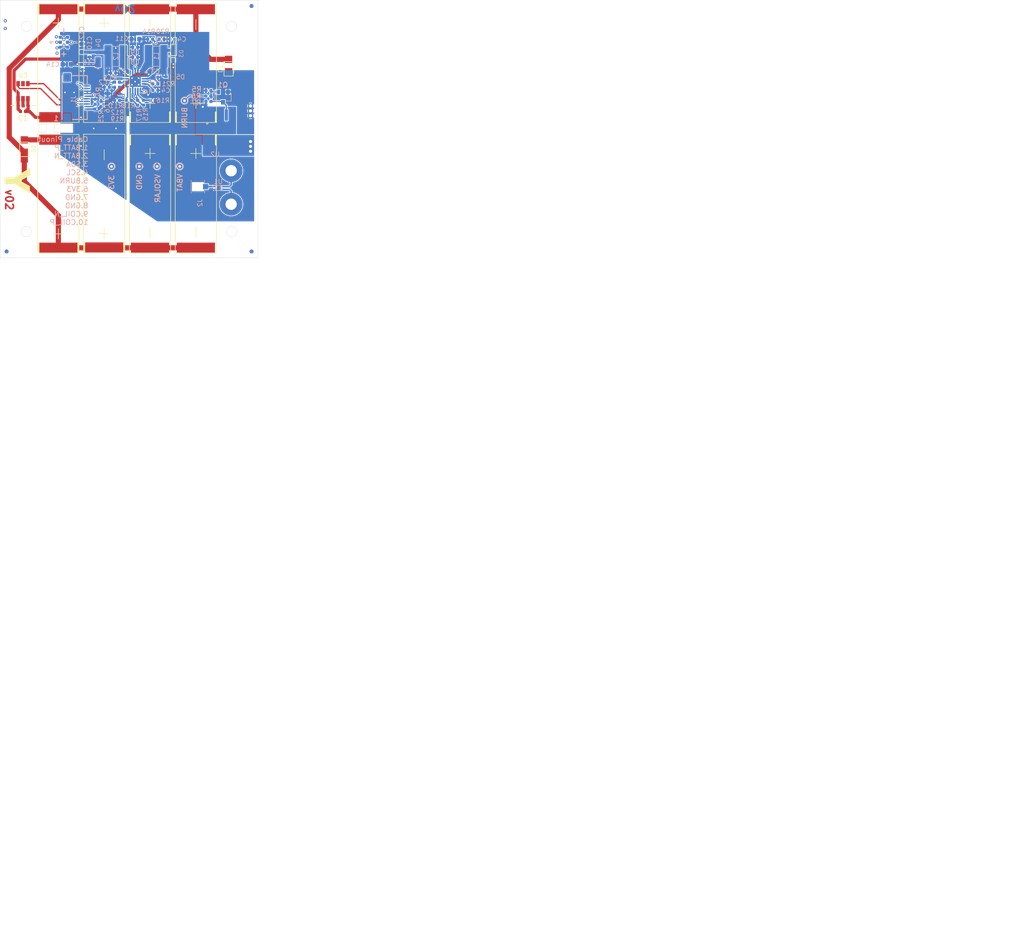
<source format=kicad_pcb>
(kicad_pcb (version 20171130) (host pcbnew 5.0.2-bee76a0~70~ubuntu18.04.1)
  (layers (0 Top signal hide) (1 In1.Cu signal hide) (2 In2.Cu signal hide) (3 In3.Cu signal hide) (4 In4.Cu signal hide) (31 Bottom signal) (34 B.Paste user hide) (35 F.Paste user hide) (36 B.SilkS user) (37 F.SilkS user hide) (38 B.Mask user) (39 F.Mask user hide) (44 Edge.Cuts user))
  (net 0 "")
  (net 1 "Net-(D1-Pad2)")
  (net 2 "Net-(D1-Pad1)")
  (net 3 COIL_P)
  (net 4 GND)
  (net 5 +3V3)
  (net 6 VSOLAR)
  (net 7 BATT_N)
  (net 8 BATT_P)
  (net 9 COIL_N)
  (net 10 "Net-(J2-Pad3)")
  (net 11 "Net-(Q1-Pad3)")
  (net 12 "Net-(Q1-Pad1)")
  (net 13 BURN1)
  (net 14 "Net-(H2-Pad1)")
  (net 15 SCL1)
  (net 16 SDA1)
  (net 17 "Net-(H1-Pad1)")
  (net 18 /coil)
  (net 19 /VBURN)
  (net 20 /VBAT)
  (net 21 "Net-(L1-Pad2)")
  (net 22 VOUT_EN)
  (net 23 VBAT_OK)
  (net 24 "Net-(C4-Pad1)")
  (net 25 "Net-(C10-Pad1)")
  (net 26 "Net-(C11-Pad1)")
  (net 27 "Net-(L2-Pad1)")
  (net 28 "Net-(R1-Pad2)")
  (net 29 "Net-(R11-Pad2)")
  (net 30 "Net-(R12-Pad2)")
  (net 31 "Net-(R14-Pad2)")
  (net 32 "Net-(R15-Pad1)")
  (net 33 "Net-(R17-Pad1)")
  (net 34 "Net-(R18-Pad1)")
  (module Fiducial:Fiducial_0.75mm_Mask1.5mm (layer Bottom) (at 198.755 41.148)
    (fp_text reference REF** hide)
    (fp_text value Fiducial_0.75mm_Mask1.5mm)
    (pad "" smd circle (at 0 0) (size 0.75 0.75) (layers Bottom B.Mask) (clearance 0.375))
  )
  (module Fiducial:Fiducial_0.75mm_Mask1.5mm (layer Top) (at 198.755 41.148)
    (fp_text reference REF** hide)
    (fp_text value Fiducial_0.75mm_Mask1.5mm)
    (pad "" smd circle (at 0 0) (size 0.75 0.75) (layers Top F.Mask) (clearance 0.375))
  )
  (module Fiducial:Fiducial_0.75mm_Mask1.5mm (layer Bottom) (at 151.257 88.773)
    (fp_text reference REF** hide)
    (fp_text value Fiducial_0.75mm_Mask1.5mm)
    (pad "" smd circle (at 0 0) (size 0.75 0.75) (layers Bottom B.Mask) (clearance 0.375))
  )
  (module Fiducial:Fiducial_0.75mm_Mask1.5mm (layer Top) (at 151.257 88.773)
    (fp_text reference REF** hide)
    (fp_text value Fiducial_0.75mm_Mask1.5mm)
    (pad "" smd circle (at 0 0) (size 0.75 0.75) (layers Top F.Mask) (clearance 0.375))
  )
  (module Fiducial:Fiducial_0.75mm_Mask1.5mm (layer Bottom) (at 198.755 88.773)
    (fp_text reference REF** hide)
    (fp_text value Fiducial_0.75mm_Mask1.5mm)
    (pad "" smd circle (at 0 0) (size 0.75 0.75) (layers Bottom B.Mask) (clearance 0.375))
  )
  (module Fiducial:Fiducial_0.75mm_Mask1.5mm (layer Top) (at 198.755 88.773)
    (fp_text reference REF** hide)
    (fp_text value Fiducial_0.75mm_Mask1.5mm)
    (pad "" smd circle (at 0 0) (size 0.75 0.75) (layers Top F.Mask) (clearance 0.375))
  )
  (module TestPoint:TestPoint_THTPad_D1.0mm_Drill0.5mm (layer Bottom) (at 185.7502 59.5122)
    (fp_text reference TP5 hide)
    (fp_text value TP hide)
    (pad 1 thru_hole circle (at 0 0) (size 1 1) (drill 0.5) (layers *.Cu *.Mask) (net 13 BURN1))
  )
  (module TestPoint:TestPoint_THTPad_D1.0mm_Drill0.5mm (layer Bottom) (at 184.8358 72.263)
    (fp_text reference TP4 hide)
    (fp_text value TP)
    (pad 1 thru_hole circle (at 0 0) (size 1 1) (drill 0.5) (layers *.Cu *.Mask) (net 8 BATT_P))
  )
  (module TestPoint:TestPoint_THTPad_D1.0mm_Drill0.5mm (layer Bottom) (at 176.9872 72.263)
    (fp_text reference TP3 hide)
    (fp_text value TP)
    (pad 1 thru_hole circle (at 0 0) (size 1 1) (drill 0.5) (layers *.Cu *.Mask) (net 4 GND))
  )
  (module TestPoint:TestPoint_THTPad_D1.0mm_Drill0.5mm (layer Bottom) (at 171.6024 72.263)
    (fp_text reference TP2 hide)
    (fp_text value TP)
    (pad 1 thru_hole circle (at 0 0) (size 1 1) (drill 0.5) (layers *.Cu *.Mask) (net 5 +3V3))
  )
  (module TestPoint:TestPoint_THTPad_D1.0mm_Drill0.5mm (layer Bottom) (at 180.424666 72.263)
    (fp_text reference TP1 hide)
    (fp_text value TP)
    (pad 1 thru_hole circle (at 0 0) (size 1 1) (drill 0.5) (layers *.Cu *.Mask) (net 2 "Net-(D1-Pad1)"))
  )
  (module custom-footprints:ypanel (layer Top) (at 152.4 92.075 270)
    (fp_text reference Ref** hide)
    (fp_text value Val** hide)
  )
  (module custom-footprints:Burn-Wire (layer Top) (at 198.566 67.43 90)
    (fp_text reference JP1 hide)
    (fp_text value Jumper)
    (pad 1 thru_hole circle (at -1.9 0 90) (size 1.016 1.016) (drill 0.6) (layers *.Cu *.Mask) (net 19 /VBURN))
    (pad 2 thru_hole circle (at 6.9 0 90) (size 1.016 1.016) (drill 0.6) (layers *.Cu *.Mask) (net 4 GND))
    (pad 1 thru_hole circle (at -0.95 0 90) (size 1.016 1.016) (drill 0.6) (layers *.Cu *.Mask) (net 19 /VBURN))
    (pad 1 thru_hole circle (at 0 0 90) (size 1.016 1.016) (drill 0.6) (layers *.Cu *.Mask) (net 19 /VBURN))
    (pad 2 thru_hole circle (at 5.95 0 90) (size 1.016 1.016) (drill 0.6) (layers *.Cu *.Mask) (net 4 GND))
    (pad 2 thru_hole circle (at 5 0 90) (size 1.016 1.016) (drill 0.6) (layers *.Cu *.Mask) (net 4 GND))
  )
  (module custom-footprints:XF2M-1015-1A (layer Bottom) (at 166.89324 58.89752 90)
    (fp_text reference J1 (at -0.37186 -2.68404 90) (layer B.SilkS) (effects (font (size 0.889 0.889) (thickness 0.127)) (justify mirror)))
    (fp_text value symbols_XF2M-1015-1A hide)
    (pad 12 smd rect (at 3.9 -3.9) (size 1.5 1.7) (layers Bottom B.Paste B.Mask))
    (pad 11 smd rect (at -3.9 -3.9) (size 1.5 1.7) (layers Bottom B.Paste B.Mask))
    (pad 10 smd rect (at 2.25 0 90) (size 0.25 1.1) (layers Bottom B.Paste B.Mask) (net 3 COIL_P))
    (pad 9 smd rect (at 1.75 0 90) (size 0.25 1.1) (layers Bottom B.Paste B.Mask) (net 9 COIL_N))
    (pad 8 smd rect (at 1.25 0 90) (size 0.25 1.1) (layers Bottom B.Paste B.Mask) (net 4 GND))
    (pad 7 smd rect (at 0.75 0 90) (size 0.25 1.1) (layers Bottom B.Paste B.Mask) (net 4 GND))
    (pad 6 smd rect (at 0.25 0 90) (size 0.25 1.1) (layers Bottom B.Paste B.Mask) (net 5 +3V3))
    (pad 5 smd rect (at -0.25 0 90) (size 0.25 1.1) (layers Bottom B.Paste B.Mask) (net 13 BURN1))
    (pad 4 smd rect (at -0.75 0 90) (size 0.25 1.1) (layers Bottom B.Paste B.Mask) (net 15 SCL1))
    (pad 3 smd rect (at -1.25 0 90) (size 0.25 1.1) (layers Bottom B.Paste B.Mask) (net 16 SDA1))
    (pad 2 smd rect (at -1.75 0 90) (size 0.25 1.1) (layers Bottom B.Paste B.Mask) (net 7 BATT_N))
    (pad 1 smd rect (at -2.25 0 90) (size 0.25 1.1) (layers Bottom B.Paste B.Mask) (net 8 BATT_P))
  )
  (module custom-footprints:TTB12G51-balun (layer Bottom) (at 192.405 76.454 180)
    (fp_text reference U1 (at 0.127 1.2192) (layer B.SilkS) (effects (font (size 0.889 0.889) (thickness 0.127)) (justify mirror)))
    (fp_text value TTB12G51-Balun)
    (pad 2 smd rect (at 0.75 -0.275) (size 0.5 0.3) (layers Bottom B.Paste B.Mask) (net 4 GND))
    (pad 3 smd rect (at -0.75 -0.275) (size 0.5 0.3) (layers Bottom B.Paste B.Mask) (net 17 "Net-(H1-Pad1)"))
    (pad 4 smd rect (at -0.75 0.275) (size 0.5 0.3) (layers Bottom B.Paste B.Mask) (net 14 "Net-(H2-Pad1)"))
    (pad 1 smd rect (at 0.75 0.275) (size 0.5 0.3) (layers Bottom B.Paste B.Mask) (net 10 "Net-(J2-Pad3)"))
  )
  (module custom-footprints:KXOB25-05X3F (layer Top) (at 170.18 41.738 270)
    (fp_text reference SC8 hide)
    (fp_text value SolarCell_Small)
    (pad 2 smd rect (at 21 0 270) (size 2 7.4) (layers Top F.Paste F.Mask) (net 4 GND))
    (pad 1 smd rect (at 0 0 270) (size 2 7.4) (layers Top F.Paste F.Mask) (net 1 "Net-(D1-Pad2)"))
  )
  (module custom-footprints:KXOB25-05X3F (layer Top) (at 161.29 88.056 90)
    (fp_text reference SC7 hide)
    (fp_text value SolarCell_Small)
    (pad 2 smd rect (at 21 0 90) (size 2 7.4) (layers Top F.Paste F.Mask) (net 4 GND))
    (pad 1 smd rect (at 0 0 90) (size 2 7.4) (layers Top F.Paste F.Mask) (net 1 "Net-(D1-Pad2)"))
  )
  (module custom-footprints:KXOB25-05X3F (layer Top) (at 170.18 88.011 90)
    (fp_text reference SC5 hide)
    (fp_text value SolarCell_Small)
    (pad 2 smd rect (at 21 0 90) (size 2 7.4) (layers Top F.Paste F.Mask) (net 4 GND))
    (pad 1 smd rect (at 0 0 90) (size 2 7.4) (layers Top F.Paste F.Mask) (net 1 "Net-(D1-Pad2)"))
  )
  (module custom-footprints:KXOB25-05X3F (layer Top) (at 179.07 62.738 90)
    (fp_text reference SC4 hide)
    (fp_text value SolarCell_Small)
    (pad 2 smd rect (at 21 0 90) (size 2 7.4) (layers Top F.Paste F.Mask) (net 1 "Net-(D1-Pad2)"))
    (pad 1 smd rect (at 0 0 90) (size 2 7.4) (layers Top F.Paste F.Mask) (net 2 "Net-(D1-Pad1)"))
  )
  (module custom-footprints:KXOB25-05X3F (layer Top) (at 187.96 62.738 90)
    (fp_text reference SC3 hide)
    (fp_text value SolarCell_Small)
    (pad 2 smd rect (at 21 0 90) (size 2 7.4) (layers Top F.Paste F.Mask) (net 1 "Net-(D1-Pad2)"))
    (pad 1 smd rect (at 0 0 90) (size 2 7.4) (layers Top F.Paste F.Mask) (net 2 "Net-(D1-Pad1)"))
  )
  (module custom-footprints:KXOB25-05X3F (layer Top) (at 179.07 67.056 270)
    (fp_text reference SC2 hide)
    (fp_text value SolarCell_Small)
    (pad 2 smd rect (at 21 0 270) (size 2 7.4) (layers Top F.Paste F.Mask) (net 1 "Net-(D1-Pad2)"))
    (pad 1 smd rect (at 0 0 270) (size 2 7.4) (layers Top F.Paste F.Mask) (net 2 "Net-(D1-Pad1)"))
  )
  (module custom-footprints:KXOB25-05X3F (layer Top) (at 187.96 67.056 270)
    (fp_text reference SC1 hide)
    (fp_text value SolarCell_Small)
    (pad 2 smd rect (at 21 0 270) (size 2 7.4) (layers Top F.Paste F.Mask) (net 1 "Net-(D1-Pad2)"))
    (pad 1 smd rect (at 0 0 270) (size 2 7.4) (layers Top F.Paste F.Mask) (net 2 "Net-(D1-Pad1)"))
  )
  (module "SolarCellParts:SB Diode" (layer Top) (at 154.686 68.961 90)
    (fp_text reference D2 (at 0.1016 1.8288 270) (layer F.SilkS) (effects (font (size 0.762 0.762) (thickness 0.1016))))
    (fp_text value SBDiode)
    (pad 2 smd rect (at 1.85 0 90) (size 1.4 1.4) (layers Top F.Paste F.Mask) (net 4 GND))
    (pad 1 smd rect (at -1.2 0 90) (size 2.7 1.4) (layers Top F.Paste F.Mask) (net 1 "Net-(D1-Pad2)"))
  )
  (module custom-footprints:KXOB25-05X3F (layer Top) (at 161.29 41.738 270)
    (fp_text reference SC6 hide)
    (fp_text value SolarCell_Small)
    (pad 2 smd rect (at 21 0 270) (size 2 7.4) (layers Top F.Paste F.Mask) (net 4 GND))
    (pad 1 smd rect (at 0 0 270) (size 2 7.4) (layers Top F.Paste F.Mask) (net 1 "Net-(D1-Pad2)"))
  )
  (module custom-footprints:U.FL-R-SMT-1 (layer Bottom) (at 188.341 76.2 270)
    (fp_text reference J2 (at 3.15 -0.409 90) (layer B.SilkS) (effects (font (size 0.889 0.889) (thickness 0.127)) (justify mirror)))
    (fp_text value U.FL-R-SMT-1 hide)
    (pad 3 smd rect (at 0 -1.525 180) (size 1.05 1.05) (layers Bottom B.Paste B.Mask) (net 10 "Net-(J2-Pad3)"))
    (pad 2 smd rect (at 1.475 0 270) (size 1.05 2.25) (layers Bottom B.Paste B.Mask) (net 4 GND))
    (pad 1 smd rect (at -1.475 0 270) (size 1.05 2.25) (layers Bottom B.Paste B.Mask) (net 4 GND))
  )
  (module custom-footprints:TSL2561 (layer Top) (at 154.432 57.658 90)
    (fp_text reference U3 (at 3.048 0) (layer F.SilkS) (effects (font (size 0.889 0.889) (thickness 0.127))))
    (fp_text value TSL2561 hide)
    (pad 6 smd rect (at 1.45 -0.95 180) (size 0.7 1) (layers Top F.Paste F.Mask) (net 16 SDA1))
    (pad 5 smd rect (at 1.45 0 180) (size 0.7 1) (layers Top F.Paste F.Mask))
    (pad 4 smd rect (at 1.45 0.95 180) (size 0.7 1) (layers Top F.Paste F.Mask) (net 15 SCL1))
    (pad 3 smd rect (at -1.45 0.95 180) (size 0.7 1) (layers Top F.Paste F.Mask) (net 4 GND))
    (pad 2 smd rect (at -1.45 0 180) (size 0.7 1) (layers Top F.Paste F.Mask) (net 28 "Net-(R1-Pad2)"))
    (pad 1 smd rect (at -1.45 -0.95 180) (size 0.7 1) (layers Top F.Paste F.Mask) (net 5 +3V3))
  )
  (module custom-footprints:NDS8434 (layer Bottom) (at 191.962 64.906)
    (fp_text reference U2 (at -0.254 5.0038 180) (layer B.SilkS) (effects (font (size 0.889 0.889) (thickness 0.127)) (justify mirror)))
    (fp_text value NDS8434 hide)
    (pad 8 smd rect (at -1.905 2.6162) (size 0.6096 2.2098) (layers Bottom B.Paste B.Mask) (net 19 /VBURN))
    (pad 7 smd rect (at -0.635 2.6162) (size 0.6096 2.2098) (layers Bottom B.Paste B.Mask) (net 19 /VBURN))
    (pad 6 smd rect (at 0.635 2.6162) (size 0.6096 2.2098) (layers Bottom B.Paste B.Mask) (net 19 /VBURN))
    (pad 5 smd rect (at 1.905 2.6162) (size 0.6096 2.2098) (layers Bottom B.Paste B.Mask) (net 19 /VBURN))
    (pad 4 smd rect (at 1.905 -2.6162) (size 0.6096 2.2098) (layers Bottom B.Paste B.Mask) (net 11 "Net-(Q1-Pad3)"))
    (pad 3 smd rect (at 0.635 -2.6162) (size 0.6096 2.2098) (layers Bottom B.Paste B.Mask) (net 8 BATT_P))
    (pad 2 smd rect (at -0.635 -2.6162) (size 0.6096 2.2098) (layers Bottom B.Paste B.Mask) (net 8 BATT_P))
    (pad 1 smd rect (at -1.905 -2.6162) (size 0.6096 2.2098) (layers Bottom B.Paste B.Mask) (net 8 BATT_P))
  )
  (module Resistor_SMD:R_0402_1005Metric (layer Bottom) (at 190.388 59.65 180)
    (fp_text reference R7 (at 2.338 -0.25) (layer B.SilkS) (effects (justify mirror)))
    (fp_text value 1M)
    (pad 2 smd roundrect (at 0.485 0 180) (size 0.59 0.64) (layers Bottom B.Paste B.Mask) (net 8 BATT_P))
    (pad 1 smd roundrect (at -0.485 0 180) (size 0.59 0.64) (layers Bottom B.Paste B.Mask) (net 11 "Net-(Q1-Pad3)"))
  )
  (module Resistor_SMD:R_0402_1005Metric (layer Bottom) (at 190.388 58.594 180)
    (fp_text reference R6 (at 2.413 0 180) (layer B.SilkS) (effects (justify mirror)))
    (fp_text value 4.7k)
    (pad 2 smd roundrect (at 0.485 0 180) (size 0.59 0.64) (layers Bottom B.Paste B.Mask) (net 13 BURN1))
    (pad 1 smd roundrect (at -0.485 0 180) (size 0.59 0.64) (layers Bottom B.Paste B.Mask) (net 12 "Net-(Q1-Pad1)"))
  )
  (module Resistor_SMD:R_0402_1005Metric (layer Bottom) (at 190.4 57.55 180)
    (fp_text reference R5 (at 2.3 0.25) (layer B.SilkS) (effects (justify mirror)))
    (fp_text value 1M)
    (pad 2 smd roundrect (at 0.485 0 180) (size 0.59 0.64) (layers Bottom B.Paste B.Mask) (net 4 GND))
    (pad 1 smd roundrect (at -0.485 0 180) (size 0.59 0.64) (layers Bottom B.Paste B.Mask) (net 12 "Net-(Q1-Pad1)"))
  )
  (module Resistor_SMD:R_0402_1005Metric (layer Bottom) (at 168.4274 59.7154 90)
    (fp_text reference R4 (at 1.9154 0.7226 90) (layer B.SilkS) (effects (justify mirror)))
    (fp_text value 0)
    (pad 2 smd roundrect (at 0.485 0 90) (size 0.59 0.64) (layers Bottom B.Paste B.Mask) (net 4 GND))
    (pad 1 smd roundrect (at -0.485 0 90) (size 0.59 0.64) (layers Bottom B.Paste B.Mask) (net 7 BATT_N))
  )
  (module Resistor_SMD:R_0402_1005Metric (layer Top) (at 154.94 60.5028)
    (fp_text reference R2 hide)
    (fp_text value 0)
    (pad 2 smd roundrect (at 0.485 0) (size 0.59 0.64) (layers Top F.Paste F.Mask) (net 4 GND))
    (pad 1 smd roundrect (at -0.485 0) (size 0.59 0.64) (layers Top F.Paste F.Mask) (net 28 "Net-(R1-Pad2)"))
  )
  (module Resistor_SMD:R_0402_1005Metric (layer Top) (at 153.9748 60.5028)
    (fp_text reference R1 hide)
    (fp_text value 0)
    (pad 2 smd roundrect (at 0.485 0) (size 0.59 0.64) (layers Top F.Paste F.Mask) (net 28 "Net-(R1-Pad2)"))
    (pad 1 smd roundrect (at -0.485 0) (size 0.59 0.64) (layers Top F.Paste F.Mask) (net 5 +3V3))
  )
  (module Package_TO_SOT_SMD:SOT-23 (layer Bottom) (at 193.232 58.81 270)
    (fp_text reference Q1 (at -2.3622 0.0508) (layer B.SilkS) (effects (justify mirror)))
    (fp_text value IRLML2803)
    (pad 3 smd rect (at 1 0 270) (size 0.9 0.8) (layers Bottom B.Paste B.Mask) (net 11 "Net-(Q1-Pad3)"))
    (pad 2 smd rect (at -1 -0.95 270) (size 0.9 0.8) (layers Bottom B.Paste B.Mask) (net 4 GND))
    (pad 1 smd rect (at -1 0.95 270) (size 0.9 0.8) (layers Bottom B.Paste B.Mask) (net 12 "Net-(Q1-Pad1)"))
  )
  (module custom-footprints:MICROSMP (layer Bottom) (at 183.5912 50.3682 270)
    (fp_text reference D3 (at 0 -1.5494 90) (layer B.SilkS) (effects (font (size 0.762 0.762) (thickness 0.1016)) (justify mirror)))
    (fp_text value MSS1P4-M3_89A hide)
    (pad 2 smd rect (at 1.25 0 180) (size 0.8 0.8) (layers Bottom B.Paste B.Mask) (net 2 "Net-(D1-Pad1)"))
    (pad 1 smd rect (at -0.65 0 180) (size 1.1 2) (layers Bottom B.Paste B.Mask) (net 6 VSOLAR))
  )
  (module Capacitor_SMD:C_0402_1005Metric (layer Top) (at 154.432 61.595)
    (fp_text reference C1 (at 0 1.27) (layer F.SilkS))
    (fp_text value 1uF)
    (pad 2 smd roundrect (at 0.485 0) (size 0.59 0.64) (layers Top F.Paste F.Mask) (net 4 GND))
    (pad 1 smd roundrect (at -0.485 0) (size 0.59 0.64) (layers Top F.Paste F.Mask) (net 5 +3V3))
  )
  (module "SolarCellParts:SB Diode" (layer Top) (at 194.31 53.34 90)
    (fp_text reference D1 (at 0 -1.5875 90) (layer F.SilkS) (effects (font (size 0.762 0.762) (thickness 0.1016))))
    (fp_text value SBDiode)
    (pad 2 smd rect (at 1.85 0 90) (size 1.4 1.4) (layers Top F.Paste F.Mask) (net 1 "Net-(D1-Pad2)"))
    (pad 1 smd rect (at -1.2 0 90) (size 2.7 1.4) (layers Top F.Paste F.Mask) (net 2 "Net-(D1-Pad1)"))
  )
  (module MountingHole:MountingHole_2.2mm_M2_Pad (layer Top) (at 194.8 73.1)
    (fp_text reference H2 hide)
    (fp_text value MountingHole_Pad)
    (pad 1 thru_hole circle (at 0 0) (size 4.4 4.4) (drill 2.2) (layers *.Cu *.Mask) (net 14 "Net-(H2-Pad1)"))
  )
  (module MountingHole:MountingHole_2.2mm_M2_Pad (layer Top) (at 194.8 79.6)
    (fp_text reference H1 hide)
    (fp_text value MountingHole_Pad)
    (pad 1 thru_hole circle (at 0 0) (size 4.4 4.4) (drill 2.2) (layers *.Cu *.Mask) (net 17 "Net-(H1-Pad1)"))
  )
  (module Capacitor_SMD:C_0402_1005Metric (layer Bottom) (at 165.989 52.959 270)
    (fp_text reference C15 (at -0.889 -1.27 180) (layer B.SilkS) (effects (font (size 0.889 0.889) (thickness 0.127)) (justify mirror)))
    (fp_text value 0.1uF)
    (pad 2 smd roundrect (at 0.485 0 270) (size 0.59 0.64) (layers Bottom B.Paste B.Mask) (net 4 GND))
    (pad 1 smd roundrect (at -0.485 0 270) (size 0.59 0.64) (layers Bottom B.Paste B.Mask) (net 5 +3V3))
  )
  (module Capacitor_SMD:C_0603_1608Metric (layer Bottom) (at 170.83024 58.89244 90)
    (fp_text reference C6 (at -2.159 -0.0635 270) (layer B.SilkS) (effects (font (size 0.889 0.889) (thickness 0.127)) (justify mirror)))
    (fp_text value 100uF)
    (pad 2 smd roundrect (at 0.7875 0 90) (size 0.875 0.95) (layers Bottom B.Paste B.Mask) (net 4 GND))
    (pad 1 smd roundrect (at -0.7875 0 90) (size 0.875 0.95) (layers Bottom B.Paste B.Mask) (net 20 /VBAT))
  )
  (module Capacitor_SMD:C_0402_1005Metric (layer Bottom) (at 176.18458 49.149784 180)
    (fp_text reference C9 (at 0.02034 -1.000216) (layer B.SilkS) (effects (font (size 0.889 0.889) (thickness 0.127)) (justify mirror)))
    (fp_text value 0.1uF)
    (pad 2 smd roundrect (at 0.485 0 180) (size 0.59 0.64) (layers Bottom B.Paste B.Mask) (net 4 GND))
    (pad 1 smd roundrect (at -0.485 0 180) (size 0.59 0.64) (layers Bottom B.Paste B.Mask) (net 26 "Net-(C11-Pad1)"))
  )
  (module Capacitor_SMD:C_0603_1608Metric (layer Bottom) (at 162.941 52.451 180)
    (fp_text reference C14 (at 2.7432 0 180) (layer B.SilkS) (effects (font (size 0.889 0.889) (thickness 0.127)) (justify mirror)))
    (fp_text value 100uF)
    (pad 2 smd roundrect (at 0.7875 0 180) (size 0.875 0.95) (layers Bottom B.Paste B.Mask) (net 4 GND))
    (pad 1 smd roundrect (at -0.7875 0 180) (size 0.875 0.95) (layers Bottom B.Paste B.Mask) (net 5 +3V3))
  )
  (module misc-circuits:SOD523 (layer Bottom) (at 182.753 54.864)
    (fp_text reference D5 (at 1.27 -0.4826) (layer B.SilkS) (effects (font (size 0.889 0.889) (thickness 0.127)) (justify right top mirror)))
    (fp_text value SDM20U40-7)
    (pad C smd rect (at -0.6 0) (size 0.7 0.5) (layers Bottom B.Paste B.Mask) (net 6 VSOLAR))
    (pad A smd rect (at 0.7 0) (size 0.7 0.5) (layers Bottom B.Paste B.Mask) (net 4 GND))
  )
  (module misc-circuits:QFN50P350X350X100-21N-D (layer Bottom) (at 176.20458 55.753784 180)
    (fp_text reference U4 (at -2.10342 -2.107416) (layer B.SilkS) (effects (font (size 0.889 0.889) (thickness 0.127)) (justify mirror)))
    (fp_text value Value hide)
    (pad 21 smd rect (at 0 0 180) (size 2.15 2.15) (layers Bottom B.Paste B.Mask) (net 4 GND))
    (pad 20 smd rect (at -1 1.7 180) (size 0.3 0.9) (layers Bottom B.Paste B.Mask) (net 21 "Net-(L1-Pad2)"))
    (pad 19 smd rect (at -0.5 1.7 180) (size 0.3 0.9) (layers Bottom B.Paste B.Mask) (net 26 "Net-(C11-Pad1)"))
    (pad 18 smd rect (at 0 1.7 180) (size 0.3 0.9) (layers Bottom B.Paste B.Mask) (net 20 /VBAT))
    (pad 17 smd rect (at 0.5 1.7 180) (size 0.3 0.9) (layers Bottom B.Paste B.Mask) (net 4 GND))
    (pad 16 smd rect (at 1 1.7 180) (size 0.3 0.9) (layers Bottom B.Paste B.Mask) (net 27 "Net-(L2-Pad1)"))
    (pad 15 smd rect (at 1.7 1 90) (size 0.3 0.9) (layers Bottom B.Paste B.Mask) (net 4 GND))
    (pad 14 smd rect (at 1.7 0.5 90) (size 0.3 0.9) (layers Bottom B.Paste B.Mask) (net 25 "Net-(C10-Pad1)"))
    (pad 13 smd rect (at 1.7 0 90) (size 0.3 0.9) (layers Bottom B.Paste B.Mask) (net 23 VBAT_OK))
    (pad 12 smd rect (at 1.7 -0.5 90) (size 0.3 0.9) (layers Bottom B.Paste B.Mask) (net 29 "Net-(R11-Pad2)"))
    (pad 11 smd rect (at 1.7 -1 90) (size 0.3 0.9) (layers Bottom B.Paste B.Mask) (net 34 "Net-(R18-Pad1)"))
    (pad 10 smd rect (at 1 -1.7 180) (size 0.3 0.9) (layers Bottom B.Paste B.Mask) (net 33 "Net-(R17-Pad1)"))
    (pad 9 smd rect (at 0.5 -1.7 180) (size 0.3 0.9) (layers Bottom B.Paste B.Mask) (net 4 GND))
    (pad 8 smd rect (at 0 -1.7 180) (size 0.3 0.9) (layers Bottom B.Paste B.Mask) (net 30 "Net-(R12-Pad2)"))
    (pad 7 smd rect (at -0.5 -1.7 180) (size 0.3 0.9) (layers Bottom B.Paste B.Mask) (net 32 "Net-(R15-Pad1)"))
    (pad 6 smd rect (at -1 -1.7 180) (size 0.3 0.9) (layers Bottom B.Paste B.Mask) (net 22 VOUT_EN))
    (pad 5 smd rect (at -1.7 -1 90) (size 0.3 0.9) (layers Bottom B.Paste B.Mask) (net 4 GND))
    (pad 4 smd rect (at -1.7 -0.5 90) (size 0.3 0.9) (layers Bottom B.Paste B.Mask) (net 24 "Net-(C4-Pad1)"))
    (pad 3 smd rect (at -1.7 0 90) (size 0.3 0.9) (layers Bottom B.Paste B.Mask) (net 31 "Net-(R14-Pad2)"))
    (pad 2 smd rect (at -1.7 0.5 90) (size 0.3 0.9) (layers Bottom B.Paste B.Mask) (net 6 VSOLAR))
    (pad 1 smd rect (at -1.7 1 90) (size 0.3 0.9) (layers Bottom B.Paste B.Mask) (net 4 GND))
  )
  (module custom-footprints:MICROSMP (layer Bottom) (at 168.98874 51.39944 90)
    (fp_text reference D4 (at 3.08864 0.04826 270) (layer B.SilkS) (effects (font (size 0.889 0.889) (thickness 0.127)) (justify mirror)))
    (fp_text value MSS1P4-M3_89A hide)
    (pad 2 smd rect (at 1.25 0) (size 0.8 0.8) (layers Bottom B.Paste B.Mask) (net 25 "Net-(C10-Pad1)"))
    (pad 1 smd rect (at -0.65 0) (size 1.1 2) (layers Bottom B.Paste B.Mask) (net 5 +3V3))
  )
  (module Resistor_SMD:R_0402_1005Metric (layer Bottom) (at 179.59324 59.46394 180)
    (fp_text reference R16 (at -1.99136 0.00254 180) (layer B.SilkS) (effects (font (size 0.889 0.889) (thickness 0.127)) (justify mirror)))
    (fp_text value 5.62M)
    (pad 2 smd roundrect (at 0.485 0 180) (size 0.59 0.64) (layers Bottom B.Paste B.Mask) (net 32 "Net-(R15-Pad1)"))
    (pad 1 smd roundrect (at -0.485 0 180) (size 0.59 0.64) (layers Bottom B.Paste B.Mask) (net 4 GND))
  )
  (module Resistor_SMD:R_0402_1005Metric (layer Bottom) (at 177.81524 59.90844 270)
    (fp_text reference R15 (at 2.24156 -0.38476 270) (layer B.SilkS) (effects (font (size 0.889 0.889) (thickness 0.127)) (justify mirror)))
    (fp_text value 7.32M)
    (pad 2 smd roundrect (at 0.485 0 270) (size 0.59 0.64) (layers Bottom B.Paste B.Mask) (net 30 "Net-(R12-Pad2)"))
    (pad 1 smd roundrect (at -0.485 0 270) (size 0.59 0.64) (layers Bottom B.Paste B.Mask) (net 32 "Net-(R15-Pad1)"))
  )
  (module Resistor_SMD:R_0402_1005Metric (layer Bottom) (at 179.08524 47.58944)
    (fp_text reference R14 (at -0.26924 -1.51384 180) (layer B.SilkS) (effects (font (size 0.889 0.889) (thickness 0.127)) (justify mirror)))
    (fp_text value 0)
    (pad 2 smd roundrect (at 0.485 0) (size 0.59 0.64) (layers Bottom B.Paste B.Mask) (net 31 "Net-(R14-Pad2)"))
    (pad 1 smd roundrect (at -0.485 0) (size 0.59 0.64) (layers Bottom B.Paste B.Mask) (net 26 "Net-(C11-Pad1)"))
  )
  (module Capacitor_SMD:C_0402_1005Metric (layer Bottom) (at 176.18458 51.08194 180)
    (fp_text reference C8 (at 0.02034 -0.96806) (layer B.SilkS) (effects (font (size 0.889 0.889) (thickness 0.127)) (justify mirror)))
    (fp_text value 4.7uF)
    (pad 2 smd roundrect (at 0.485 0 180) (size 0.59 0.64) (layers Bottom B.Paste B.Mask) (net 4 GND))
    (pad 1 smd roundrect (at -0.485 0 180) (size 0.59 0.64) (layers Bottom B.Paste B.Mask) (net 26 "Net-(C11-Pad1)"))
  )
  (module Capacitor_SMD:C_0603_1608Metric (layer Bottom) (at 165.862 49.276 90)
    (fp_text reference C12 (at 2.921 0 270) (layer B.SilkS) (effects (font (size 0.889 0.889) (thickness 0.127)) (justify mirror)))
    (fp_text value 100uF)
    (pad 2 smd roundrect (at 0.7875 0 90) (size 0.875 0.95) (layers Bottom B.Paste B.Mask) (net 4 GND))
    (pad 1 smd roundrect (at -0.7875 0 90) (size 0.875 0.95) (layers Bottom B.Paste B.Mask) (net 25 "Net-(C10-Pad1)"))
  )
  (module Resistor_SMD:R_0402_1005Metric (layer Bottom) (at 176.657 59.90844 90)
    (fp_text reference R17 (at -2.39156 0.293 270) (layer B.SilkS) (effects (font (size 0.889 0.889) (thickness 0.127)) (justify mirror)))
    (fp_text value 374K)
    (pad 2 smd roundrect (at 0.485 0 90) (size 0.59 0.64) (layers Bottom B.Paste B.Mask) (net 30 "Net-(R12-Pad2)"))
    (pad 1 smd roundrect (at -0.485 0 90) (size 0.59 0.64) (layers Bottom B.Paste B.Mask) (net 33 "Net-(R17-Pad1)"))
  )
  (module Resistor_SMD:R_0402_1005Metric (layer Bottom) (at 172.67174 56.92394)
    (fp_text reference R11 (at -0.17174 3.57606) (layer B.SilkS) (effects (font (size 0.889 0.889) (thickness 0.127)) (justify mirror)))
    (fp_text value 4.75M)
    (pad 2 smd roundrect (at 0.485 0) (size 0.59 0.64) (layers Bottom B.Paste B.Mask) (net 29 "Net-(R11-Pad2)"))
    (pad 1 smd roundrect (at -0.485 0) (size 0.59 0.64) (layers Bottom B.Paste B.Mask) (net 4 GND))
  )
  (module Resistor_SMD:R_0402_1005Metric (layer Bottom) (at 172.67174 59.46394)
    (fp_text reference R19 (at 0.0635 3.583) (layer B.SilkS) (effects (font (size 0.889 0.889) (thickness 0.127)) (justify mirror)))
    (fp_text value 4.53M)
    (pad 2 smd roundrect (at 0.485 0) (size 0.59 0.64) (layers Bottom B.Paste B.Mask) (net 34 "Net-(R18-Pad1)"))
    (pad 1 smd roundrect (at -0.485 0) (size 0.59 0.64) (layers Bottom B.Paste B.Mask) (net 4 GND))
  )
  (module Resistor_SMD:R_0402_1005Metric (layer Bottom) (at 172.67174 58.19394)
    (fp_text reference R12 (at 0.0635 3.583) (layer B.SilkS) (effects (font (size 0.889 0.889) (thickness 0.127)) (justify mirror)))
    (fp_text value 8.25M)
    (pad 2 smd roundrect (at 0.485 0) (size 0.59 0.64) (layers Bottom B.Paste B.Mask) (net 30 "Net-(R12-Pad2)"))
    (pad 1 smd roundrect (at -0.485 0) (size 0.59 0.64) (layers Bottom B.Paste B.Mask) (net 29 "Net-(R11-Pad2)"))
  )
  (module Resistor_SMD:R_0402_1005Metric (layer Bottom) (at 174.95774 59.46394)
    (fp_text reference R18 (at -0.00774 1.03606) (layer B.SilkS) (effects (font (size 0.889 0.889) (thickness 0.127)) (justify mirror)))
    (fp_text value 8.25M)
    (pad 2 smd roundrect (at 0.485 0) (size 0.59 0.64) (layers Bottom B.Paste B.Mask) (net 33 "Net-(R17-Pad1)"))
    (pad 1 smd roundrect (at -0.485 0) (size 0.59 0.64) (layers Bottom B.Paste B.Mask) (net 34 "Net-(R18-Pad1)"))
  )
  (module Resistor_SMD:R_0402_1005Metric (layer Bottom) (at 180.10124 56.261)
    (fp_text reference R21 (at 2.52476 0) (layer B.SilkS) (effects (font (size 0.889 0.889) (thickness 0.127)) (justify mirror)))
    (fp_text value 0)
    (pad 2 smd roundrect (at 0.485 0) (size 0.59 0.64) (layers Bottom B.Paste B.Mask) (net 6 VSOLAR))
    (pad 1 smd roundrect (at -0.485 0) (size 0.59 0.64) (layers Bottom B.Paste B.Mask) (net 31 "Net-(R14-Pad2)"))
  )
  (module Resistor_SMD:R_0402_1005Metric (layer Bottom) (at 181.30774 47.58944 180)
    (fp_text reference R20 (at -0.22606 1.51384 180) (layer B.SilkS) (effects (font (size 0.889 0.889) (thickness 0.127)) (justify mirror)))
    (fp_text value 0)
    (pad 2 smd roundrect (at 0.485 0 180) (size 0.59 0.64) (layers Bottom B.Paste B.Mask) (net 31 "Net-(R14-Pad2)"))
    (pad 1 smd roundrect (at -0.485 0 180) (size 0.59 0.64) (layers Bottom B.Paste B.Mask) (net 4 GND))
  )
  (module Resistor_SMD:R_0402_1005Metric (layer Bottom) (at 169.56024 60.16244 90)
    (fp_text reference R25 (at -2.44856 0 90) (layer B.SilkS) (effects (font (size 0.889 0.889) (thickness 0.127)) (justify mirror)))
    (fp_text value 0)
    (pad 2 smd roundrect (at 0.485 0 90) (size 0.59 0.64) (layers Bottom B.Paste B.Mask) (net 20 /VBAT))
    (pad 1 smd roundrect (at -0.485 0 90) (size 0.59 0.64) (layers Bottom B.Paste B.Mask) (net 8 BATT_P))
  )
  (module Resistor_SMD:R_0402_1005Metric (layer Bottom) (at 172.67174 55.90794 180)
    (fp_text reference R13 (at 1.22174 0.85794) (layer B.SilkS) (effects (font (size 0.889 0.889) (thickness 0.127)) (justify mirror)))
    (fp_text value 0)
    (pad 2 smd roundrect (at 0.485 0 180) (size 0.59 0.64) (layers Bottom B.Paste B.Mask) (net 22 VOUT_EN))
    (pad 1 smd roundrect (at -0.485 0 180) (size 0.59 0.64) (layers Bottom B.Paste B.Mask) (net 23 VBAT_OK))
  )
  (module misc-circuits:LPS4018 (layer Bottom) (at 172.4025 50.92446 180)
    (fp_text reference L2 (at -0.0381 0.02286 270) (layer B.SilkS) (effects (font (size 0.889 0.889) (thickness 0.127)) (justify mirror)))
    (fp_text value 10uH-LPS4018-103MR hide)
    (pad 2 smd rect (at 1.47955 0 180) (size 1.4351 4.3942) (layers Bottom B.Paste B.Mask) (net 25 "Net-(C10-Pad1)"))
    (pad 1 smd rect (at -1.47955 0 180) (size 1.4351 4.3942) (layers Bottom B.Paste B.Mask) (net 27 "Net-(L2-Pad1)"))
  )
  (module misc-circuits:LPS4018 (layer Bottom) (at 180.29174 50.89144 180)
    (fp_text reference L1 (at -0.02286 0 90) (layer B.SilkS) (effects (font (size 0.889 0.889) (thickness 0.127)) (justify mirror)))
    (fp_text value 22uH-LPS4018-223MR hide)
    (pad 2 smd rect (at 1.47955 0 180) (size 1.4351 4.3942) (layers Bottom B.Paste B.Mask) (net 21 "Net-(L1-Pad2)"))
    (pad 1 smd rect (at -1.47955 0 180) (size 1.4351 4.3942) (layers Bottom B.Paste B.Mask) (net 6 VSOLAR))
  )
  (module Capacitor_SMD:C_0603_1608Metric (layer Bottom) (at 176.22774 47.58944 180)
    (fp_text reference C11 (at 2.667 0.127) (layer B.SilkS) (effects (font (size 0.889 0.889) (thickness 0.127)) (justify mirror)))
    (fp_text value 100uF)
    (pad 2 smd roundrect (at 0.7875 0 180) (size 0.875 0.95) (layers Bottom B.Paste B.Mask) (net 4 GND))
    (pad 1 smd roundrect (at -0.7875 0 180) (size 0.875 0.95) (layers Bottom B.Paste B.Mask) (net 26 "Net-(C11-Pad1)"))
  )
  (module Capacitor_SMD:C_0402_1005Metric (layer Bottom) (at 171.90974 54.12994)
    (fp_text reference C7 (at 1.69026 -0.27994) (layer B.SilkS) (effects (font (size 0.889 0.889) (thickness 0.127)) (justify mirror)))
    (fp_text value 22uF)
    (pad 2 smd roundrect (at 0.485 0) (size 0.59 0.64) (layers Bottom B.Paste B.Mask) (net 4 GND))
    (pad 1 smd roundrect (at -0.485 0) (size 0.59 0.64) (layers Bottom B.Paste B.Mask) (net 25 "Net-(C10-Pad1)"))
  )
  (module Capacitor_SMD:C_0402_1005Metric (layer Bottom) (at 180.10124 57.49544)
    (fp_text reference C4 (at 2.01676 0.03556) (layer B.SilkS) (effects (font (size 0.889 0.889) (thickness 0.127)) (justify mirror)))
    (fp_text value 10nF)
    (pad 2 smd roundrect (at 0.485 0) (size 0.59 0.64) (layers Bottom B.Paste B.Mask) (net 4 GND))
    (pad 1 smd roundrect (at -0.485 0) (size 0.59 0.64) (layers Bottom B.Paste B.Mask) (net 24 "Net-(C4-Pad1)"))
  )
  (module Capacitor_SMD:C_0402_1005Metric (layer Bottom) (at 183.40324 47.58944 180)
    (fp_text reference C4 (at -1.8415 0 180) (layer B.SilkS) (effects (font (size 0.889 0.889) (thickness 0.127)) (justify mirror)))
    (fp_text value 0.1uF)
    (pad 2 smd roundrect (at 0.485 0 180) (size 0.59 0.64) (layers Bottom B.Paste B.Mask) (net 4 GND))
    (pad 1 smd roundrect (at -0.485 0 180) (size 0.59 0.64) (layers Bottom B.Paste B.Mask) (net 6 VSOLAR))
  )
  (module Capacitor_SMD:C_0402_1005Metric (layer Bottom) (at 167.33774 50.57394 270)
    (fp_text reference C10 (at -2.286 0 270) (layer B.SilkS) (effects (font (size 0.889 0.889) (thickness 0.127)) (justify mirror)))
    (fp_text value 0.1uF)
    (pad 2 smd roundrect (at 0.485 0 270) (size 0.59 0.64) (layers Bottom B.Paste B.Mask) (net 4 GND))
    (pad 1 smd roundrect (at -0.485 0 270) (size 0.59 0.64) (layers Bottom B.Paste B.Mask) (net 25 "Net-(C10-Pad1)"))
  )
  (module Capacitor_SMD:C_0402_1005Metric (layer Bottom) (at 180.10124 54.95544)
    (fp_text reference C3 (at 0 -1.0795) (layer B.SilkS) (effects (font (size 0.889 0.889) (thickness 0.127)) (justify mirror)))
    (fp_text value 4.7uF)
    (pad 2 smd roundrect (at 0.485 0) (size 0.59 0.64) (layers Bottom B.Paste B.Mask) (net 4 GND))
    (pad 1 smd roundrect (at -0.485 0) (size 0.59 0.64) (layers Bottom B.Paste B.Mask) (net 6 VSOLAR))
  )
  (module Capacitor_SMD:C_0402_1005Metric (layer Bottom) (at 170.70324 56.92394 180)
    (fp_text reference C2 (at 0.75324 0.97394) (layer B.SilkS) (effects (font (size 0.889 0.889) (thickness 0.127)) (justify mirror)))
    (fp_text value 1.0uF)
    (pad 2 smd roundrect (at 0.485 0 180) (size 0.59 0.64) (layers Bottom B.Paste B.Mask) (net 4 GND))
    (pad 1 smd roundrect (at -0.485 0 180) (size 0.59 0.64) (layers Bottom B.Paste B.Mask) (net 22 VOUT_EN))
  )
  (module Resistor_SMD:R_0402_1005Metric (layer Bottom) (at 163.068 47.6885 90)
    (fp_text reference R10 hide)
    (fp_text value 0)
    (pad 2 smd roundrect (at 0.485 0 90) (size 0.59 0.64) (layers Bottom B.Paste B.Mask) (net 18 /coil))
    (pad 1 smd roundrect (at -0.485 0 90) (size 0.59 0.64) (layers Bottom B.Paste B.Mask) (net 9 COIL_N))
  )
  (module Resistor_SMD:R_0402_1005Metric (layer Bottom) (at 163.068 48.65878 90)
    (fp_text reference R9 hide)
    (fp_text value 0)
    (pad 2 smd roundrect (at 0.485 0 90) (size 0.59 0.64) (layers Bottom B.Paste B.Mask) (net 9 COIL_N))
    (pad 1 smd roundrect (at -0.485 0 90) (size 0.59 0.64) (layers Bottom B.Paste B.Mask) (net 18 /coil))
  )
  (module Resistor_SMD:R_0402_1005Metric (layer Bottom) (at 161.671 47.6885 90)
    (fp_text reference R8 hide)
    (fp_text value 0)
    (pad 2 smd roundrect (at 0.485 0 90) (size 0.59 0.64) (layers Bottom B.Paste B.Mask) (net 18 /coil))
    (pad 1 smd roundrect (at -0.485 0 90) (size 0.59 0.64) (layers Bottom B.Paste B.Mask) (net 3 COIL_P))
  )
  (module Resistor_SMD:R_0402_1005Metric (layer Bottom) (at 161.671 48.65878 90)
    (fp_text reference R3 hide)
    (fp_text value 0)
    (pad 2 smd roundrect (at 0.485 0 90) (size 0.59 0.64) (layers Bottom B.Paste B.Mask) (net 3 COIL_P))
    (pad 1 smd roundrect (at -0.485 0 90) (size 0.59 0.64) (layers Bottom B.Paste B.Mask) (net 18 /coil))
  )
  (gr_line (start 160.5 65.6) (end 160.5 64.1) (layer Edge.Cuts) (width 0.05))
  (gr_line (start 164 65.6) (end 160.5 65.6) (layer Edge.Cuts) (width 0.05))
  (gr_line (start 164 64.1) (end 164 65.6) (layer Edge.Cuts) (width 0.05))
  (gr_line (start 160.5 64.1) (end 164 64.1) (layer Edge.Cuts) (width 0.05))
  (gr_line (start 159 64.1) (end 157.5 64.1) (layer Edge.Cuts) (width 0.05))
  (gr_line (start 159 65.65) (end 159 64.1) (layer Edge.Cuts) (width 0.05))
  (gr_line (start 157.5 65.65) (end 159 65.65) (layer Edge.Cuts) (width 0.05))
  (gr_line (start 157.5 64.1) (end 157.5 65.65) (layer Edge.Cuts) (width 0.05))
  (gr_text - (at 156.5148 60.3758) (layer F.SilkS) (effects (font (size 1 1))))
  (gr_text + (at 152.4508 60.3758) (layer F.SilkS) (effects (font (size 1 1))))
  (gr_text BURN (at 185.7756 60.6552 90) (layer B.SilkS) (effects (font (size 1 1) (thickness 0.1778)) (justify left mirror)))
  (gr_line (start 182.6514 55.3974) (end 182.6514 54.3306) (layer B.SilkS) (width 0.12))
  (gr_text VBAT (at 184.8612 73.5838 90) (layer B.SilkS) (effects (font (size 1 1) (thickness 0.1778)) (justify left mirror)))
  (gr_text VSOLAR (at 180.5432 73.66 90) (layer B.SilkS) (effects (font (size 1 1) (thickness 0.1778)) (justify left mirror)))
  (gr_text GND (at 176.9872 73.66 90) (layer B.SilkS) (effects (font (size 1 1) (thickness 0.1778)) (justify left mirror)))
  (gr_text 3V3 (at 171.6024 73.8632 90) (layer B.SilkS) (effects (font (size 1 1) (thickness 0.1778)) (justify left mirror)))
  (gr_text 1 (at 161.45 62.95) (layer B.SilkS) (effects (font (size 1 1) (thickness 0.1778)) (justify left mirror)))
  (gr_text "Cable Pinout\n1.BATT_P\n2.BATT_N\n3.SDA\n4.SCL\n5.BURN\n6.3V3\n7.GND\n8.GND\n9.COIL_N\n10.COIL_P" (at 167.1828 75.057) (layer B.SilkS) (effects (font (size 1 1)) (justify left mirror)))
  (gr_line (start 180.3146 47.0662) (end 182.245 47.0662) (layer B.SilkS) (width 0.12))
  (gr_line (start 180.3146 48.0822) (end 180.3146 47.0662) (layer B.SilkS) (width 0.12))
  (gr_line (start 182.245 48.0822) (end 180.3146 48.0822) (layer B.SilkS) (width 0.12))
  (gr_line (start 182.245 47.0662) (end 182.245 48.0822) (layer B.SilkS) (width 0.12))
  (gr_line (start 181.0258 56.7436) (end 181.0258 55.753) (layer B.SilkS) (width 0.12))
  (gr_line (start 179.1716 56.7436) (end 181.0258 56.7436) (layer B.SilkS) (width 0.12))
  (gr_line (start 179.1716 55.753) (end 179.1716 56.7436) (layer B.SilkS) (width 0.12))
  (gr_line (start 181.0258 55.753) (end 179.1716 55.753) (layer B.SilkS) (width 0.12))
  (gr_text v02 (at 174.2186 41.7068 180) (layer Bottom) (effects (font (size 1.5 1.5) (thickness 0.3)) (justify mirror)))
  (gr_text v02 (at 151.765 78.74 270) (layer Top) (effects (font (size 1.5 1.5) (thickness 0.3))))
  (gr_line (start 200 40) (end 150 40) (layer Edge.Cuts) (width 0.05))
  (gr_line (start 150 90) (end 200 90) (layer Edge.Cuts) (width 0.05))
  (gr_line (start 150 40) (end 150 90) (layer Edge.Cuts) (width 0.05))
  (gr_circle (center 194.9 45.1) (end 195.9 45.1) (layer Edge.Cuts) (width 0.05))
  (gr_circle (center 155.1 84.9) (end 156.1 84.9) (layer Edge.Cuts) (width 0.05))
  (gr_circle (center 155.1 45.1) (end 156.1 45.1) (layer Edge.Cuts) (width 0.05))
  (gr_circle (center 194.9 84.9) (end 195.9 84.9) (layer Edge.Cuts) (width 0.05))
  (gr_line (start 200 90) (end 200 40) (layer Edge.Cuts) (width 0.05))
  (gr_text + (at 162.2552 50.4698 90) (layer B.SilkS) (effects (font (size 1.143 1.143) (thickness 0.2032)) (justify mirror)))
  (gr_text N (at 164.6428 48.1838 270) (layer B.SilkS) (effects (font (size 0.635 0.635) (thickness 0.127)) (justify mirror)))
  (gr_text P (at 160.02 48.1584 90) (layer B.SilkS) (effects (font (size 0.635 0.635) (thickness 0.127)) (justify mirror)))
  (gr_text - (at 162.2552 45.9232 90) (layer B.SilkS) (effects (font (size 1.143 1.143) (thickness 0.2032)) (justify mirror)))
  (gr_line (start 162.34791 48.133) (end 162.34791 48.4505) (layer B.SilkS) (width 0.12))
  (gr_line (start 162.34791 49.0855) (end 162.34791 48.768) (layer B.SilkS) (width 0.12))
  (gr_line (start 162.34791 49.3395) (end 162.34791 49.657) (layer B.SilkS) (width 0.12))
  (gr_line (start 162.34791 46.7995) (end 162.34791 47.117) (layer B.SilkS) (width 0.12))
  (gr_line (start 162.34791 47.752) (end 162.34791 47.4345) (layer B.SilkS) (width 0.12))
  (segment (start 161.29 88.056) (end 170.434 88.056) (width 1) (layer Top) (net 1))
  (segment (start 170.434 88.056) (end 179.578 88.056) (width 1) (layer Top) (net 1))
  (segment (start 179.578 88.056) (end 187.96 88.056) (width 1) (layer Top) (net 1))
  (segment (start 161.29 41.738) (end 170.434 41.738) (width 1) (layer Top) (net 1))
  (segment (start 170.434 41.738) (end 179.578 41.738) (width 1) (layer Top) (net 1))
  (segment (start 179.578 41.738) (end 187.96 41.738) (width 1) (layer Top) (net 1))
  (segment (start 154.686 69.511) (end 154.686 70.161) (width 1) (layer Top) (net 1))
  (segment (start 151.768388 66.593388) (end 154.686 69.511) (width 1) (layer Top) (net 1))
  (segment (start 151.768388 53.259612) (end 151.768388 66.593388) (width 1) (layer Top) (net 1))
  (segment (start 161.29 43.738) (end 151.768388 53.259612) (width 1) (layer Top) (net 1))
  (segment (start 161.29 41.738) (end 161.29 43.738) (width 1) (layer Top) (net 1))
  (segment (start 161.29 81.788) (end 161.29 88.056) (width 1) (layer Top) (net 1))
  (segment (start 154.686 75.184) (end 161.29 81.788) (width 1) (layer Top) (net 1))
  (segment (start 154.686 70.161) (end 154.686 75.184) (width 1) (layer Top) (net 1))
  (segment (start 187.96 48.641) (end 187.96 41.738) (width 1) (layer Top) (net 1))
  (segment (start 194.31 51.49) (end 190.809 51.49) (width 1) (layer Top) (net 1))
  (segment (start 190.809 51.49) (end 187.96 48.641) (width 1) (layer Top) (net 1))
  (via (at 183.59374 52.41544) (size 0.6) (drill 0.3) (layers Top Bottom) (net 2))
  (via (at 183.59374 53.05044) (size 0.6) (drill 0.3) (layers Top Bottom) (net 2))
  (segment (start 183.59374 51.63344) (end 183.59374 53.05044) (width 0.6096) (layer Bottom) (net 2))
  (segment (start 179.578 67.056) (end 187.96 67.056) (width 1) (layer Top) (net 2))
  (segment (start 179.578 62.738) (end 187.96 62.738) (width 1) (layer Top) (net 2))
  (segment (start 179.578 62.738) (end 179.578 67.056) (width 1) (layer Top) (net 2))
  (segment (start 187.96 62.738) (end 187.96 67.056) (width 1) (layer Top) (net 2))
  (segment (start 183.59374 56.72226) (end 183.59374 52.41544) (width 1) (layer Top) (net 2))
  (segment (start 179.578 62.738) (end 179.578 60.738) (width 1) (layer Top) (net 2))
  (segment (start 179.578 60.738) (end 183.59374 56.72226) (width 1) (layer Top) (net 2))
  (segment (start 187.96 57.912) (end 187.96 62.738) (width 1) (layer Top) (net 2))
  (segment (start 194.31 54.54) (end 191.332 54.54) (width 1) (layer Top) (net 2))
  (segment (start 191.332 54.54) (end 187.96 57.912) (width 1) (layer Top) (net 2))
  (segment (start 180.424666 67.056) (end 179.07 67.056) (width 0.24892) (layer Top) (net 2))
  (segment (start 180.424666 72.263) (end 180.424666 67.056) (width 0.24892) (layer Top) (net 2))
  (via (at 160.978844 48.166883) (size 0.6) (drill 0.3) (layers Top Bottom) (net 3))
  (segment (start 161.671 48.1735) (end 160.985461 48.1735) (width 0.2286) (layer Bottom) (net 3))
  (segment (start 160.985461 48.1735) (end 160.978844 48.166883) (width 0.2286) (layer Bottom) (net 3))
  (via (at 165.11269 56.134) (size 0.6) (drill 0.3) (layers Top Bottom) (net 3))
  (segment (start 166.24852 56.64752) (end 165.735 56.134) (width 0.24892) (layer Bottom) (net 3))
  (segment (start 166.89324 56.64752) (end 166.24852 56.64752) (width 0.24892) (layer Bottom) (net 3))
  (segment (start 165.735 56.134) (end 165.11269 56.134) (width 0.24892) (layer Bottom) (net 3))
  (segment (start 176.20458 55.753784) (end 176.81418 56.363384) (width 0.2032) (layer Bottom) (net 4))
  (segment (start 177.90458 56.753784) (end 178.191184 56.753784) (width 0.29972) (layer Bottom) (net 4))
  (segment (start 177.875179 56.724383) (end 177.166103 56.724383) (width 0.254) (layer Bottom) (net 4))
  (segment (start 177.90458 56.753784) (end 177.875179 56.724383) (width 0.254) (layer Bottom) (net 4))
  (segment (start 177.875179 54.783185) (end 177.177235 54.783185) (width 0.254) (layer Bottom) (net 4))
  (segment (start 175.70458 54.103784) (end 175.70458 53.788816) (width 0.2286) (layer Bottom) (net 4))
  (segment (start 174.50458 54.56578) (end 174.38624 54.44744) (width 0.29972) (layer Bottom) (net 4))
  (segment (start 175.66387 53.748106) (end 175.66387 53.61687) (width 0.2286) (layer Bottom) (net 4))
  (segment (start 177.177235 54.783185) (end 176.8983 55.06212) (width 0.254) (layer Bottom) (net 4))
  (segment (start 174.50458 54.753784) (end 174.533981 54.783185) (width 0.254) (layer Bottom) (net 4))
  (segment (start 175.70458 53.788816) (end 175.66387 53.748106) (width 0.2286) (layer Bottom) (net 4))
  (segment (start 175.207125 54.783185) (end 175.58766 55.16372) (width 0.254) (layer Bottom) (net 4))
  (segment (start 174.50458 54.753784) (end 174.057584 54.753784) (width 0.29972) (layer Bottom) (net 4))
  (segment (start 175.70458 54.053784) (end 175.70458 54.9071) (width 0.29972) (layer Bottom) (net 4))
  (segment (start 178.191184 56.753784) (end 178.46294 57.02554) (width 0.29972) (layer Bottom) (net 4))
  (segment (start 177.166103 56.724383) (end 177.07356 56.63184) (width 0.254) (layer Bottom) (net 4))
  (segment (start 174.057584 54.753784) (end 173.68774 54.38394) (width 0.29972) (layer Bottom) (net 4))
  (segment (start 177.859636 56.75884) (end 178.05654 56.75884) (width 0.2286) (layer Bottom) (net 4))
  (segment (start 174.50458 54.753784) (end 174.50458 54.56578) (width 0.29972) (layer Bottom) (net 4))
  (segment (start 176.81418 56.363384) (end 176.84498 56.388784) (width 0.2032) (layer Bottom) (net 4))
  (segment (start 176.20458 55.753784) (end 176.81418 55.144184) (width 0.2032) (layer Bottom) (net 4))
  (segment (start 175.70458 54.9071) (end 175.65624 54.95544) (width 0.29972) (layer Bottom) (net 4))
  (segment (start 174.533981 54.783185) (end 175.207125 54.783185) (width 0.254) (layer Bottom) (net 4))
  (segment (start 177.85458 54.753784) (end 178.421191 54.753784) (width 0.2032) (layer Bottom) (net 4))
  (segment (start 178.504129 54.670846) (end 178.796228 54.378747) (width 0.2032) (layer Bottom) (net 4))
  (segment (start 178.421191 54.753784) (end 178.504129 54.670846) (width 0.2032) (layer Bottom) (net 4))
  (segment (start 177.90458 54.753784) (end 177.875179 54.783185) (width 0.254) (layer Bottom) (net 4))
  (segment (start 177.90458 56.753784) (end 177.90458 57.02852) (width 0.29972) (layer Bottom) (net 4))
  (segment (start 175.59498 55.144184) (end 175.57498 55.144184) (width 0.2032) (layer Bottom) (net 4))
  (segment (start 175.70458 57.453784) (end 175.70458 56.6851) (width 0.29972) (layer Bottom) (net 4))
  (segment (start 176.81418 55.144184) (end 176.84498 55.144184) (width 0.2032) (layer Bottom) (net 4))
  (segment (start 177.90458 57.02852) (end 177.90922 57.03316) (width 0.29972) (layer Bottom) (net 4))
  (segment (start 175.70458 56.6851) (end 175.71974 56.66994) (width 0.29972) (layer Bottom) (net 4))
  (segment (start 174.55458 54.753784) (end 174.16858 54.753784) (width 0.2032) (layer Bottom) (net 4))
  (segment (start 176.20458 55.753784) (end 175.59498 55.144184) (width 0.2032) (layer Bottom) (net 4))
  (via (at 178.796228 54.378747) (size 0.6) (drill 0.3) (layers Top Bottom) (net 4))
  (via (at 176.1744 55.80634) (size 0.6) (drill 0.3) (layers Top Bottom) (net 4))
  (via (at 175.57498 55.144184) (size 0.6) (drill 0.3) (layers Top Bottom) (net 4))
  (via (at 176.84498 55.144184) (size 0.6) (drill 0.3) (layers Top Bottom) (net 4))
  (via (at 175.56734 56.4134) (size 0.6) (drill 0.3) (layers Top Bottom) (net 4))
  (via (at 176.84498 56.388784) (size 0.6) (drill 0.3) (layers Top Bottom) (net 4))
  (via (at 164.338 57.912) (size 0.6) (drill 0.3) (layers Top Bottom) (net 4))
  (via (at 162.57524 57.912) (size 0.6) (drill 0.3) (layers Top Bottom) (net 4))
  (via (at 172.41774 49.30394) (size 0.6) (drill 0.3) (layers Top Bottom) (net 4))
  (segment (start 170.434 62.738) (end 165.6842 62.738) (width 1) (layer Top) (net 4))
  (via (at 168.148 64.897) (size 0.6) (drill 0.3) (layers Top Bottom) (net 4))
  (segment (start 170.434 62.738) (end 170.434 64.897) (width 1) (layer Top) (net 4))
  (segment (start 170.434 64.897) (end 170.434 67.056) (width 1) (layer Top) (net 4))
  (via (at 172.466 64.897) (size 0.6) (drill 0.3) (layers Top Bottom) (net 4))
  (segment (start 155.425 61.087) (end 155.425 60.5028) (width 0.6096) (layer Top) (net 4))
  (segment (start 154.917 61.595) (end 155.425 61.087) (width 0.6096) (layer Top) (net 4))
  (segment (start 155.382 60.4598) (end 155.425 60.5028) (width 0.6096) (layer Top) (net 4))
  (segment (start 155.382 59.108) (end 155.382 60.4598) (width 0.6096) (layer Top) (net 4))
  (segment (start 156.845 62.738) (end 161.29 62.738) (width 0.6096) (layer Top) (net 4))
  (segment (start 154.917 61.595) (end 155.702 61.595) (width 0.6096) (layer Top) (net 4))
  (segment (start 155.702 61.595) (end 156.845 62.738) (width 0.6096) (layer Top) (net 4))
  (segment (start 161.235 67.111) (end 161.29 67.056) (width 1) (layer Top) (net 4))
  (segment (start 154.686 67.111) (end 161.235 67.111) (width 1) (layer Top) (net 4))
  (segment (start 176.340417 54.378747) (end 178.796228 54.378747) (width 0.6096) (layer Top) (net 4))
  (segment (start 175.57498 55.144184) (end 176.340417 54.378747) (width 0.6096) (layer Top) (net 4))
  (via (at 178.689 58.42) (size 0.6) (drill 0.3) (layers Top Bottom) (net 4))
  (segment (start 172.339 58.380164) (end 175.57498 55.144184) (width 0.6096) (layer Top) (net 4))
  (segment (start 170.434 62.738) (end 170.434 60.285164) (width 0.6096) (layer Top) (net 4))
  (segment (start 170.434 60.285164) (end 172.339 58.380164) (width 0.6096) (layer Top) (net 4))
  (segment (start 168.148 66.9544) (end 168.1226 66.9798) (width 1) (layer Top) (net 4))
  (segment (start 168.148 64.897) (end 168.148 66.9544) (width 1) (layer Top) (net 4))
  (segment (start 172.466 62.7888) (end 172.4152 62.738) (width 1) (layer Top) (net 4))
  (segment (start 172.466 64.897) (end 172.466 62.7888) (width 1) (layer Top) (net 4))
  (segment (start 165.6842 62.738) (end 161.29 62.738) (width 1) (layer Top) (net 4))
  (via (at 165.6842 62.738) (size 0.6) (drill 0.3) (layers Top Bottom) (net 4))
  (via (at 165.6842 68.3006) (size 0.6) (drill 0.3) (layers Top Bottom) (net 4))
  (segment (start 165.6842 67.887509) (end 165.6842 67.056) (width 1) (layer Top) (net 4))
  (segment (start 165.6842 68.3006) (end 165.6842 67.887509) (width 1) (layer Top) (net 4))
  (segment (start 170.434 67.056) (end 165.6842 67.056) (width 1) (layer Top) (net 4))
  (segment (start 165.6842 67.056) (end 161.29 67.056) (width 1) (layer Top) (net 4))
  (segment (start 175.70458 54.053784) (end 175.70458 53.45458) (width 0.24) (layer Bottom) (net 4))
  (segment (start 198.566 60.53) (end 198.566 61.48) (width 0.48) (layer Bottom) (net 4))
  (segment (start 198.566 61.48) (end 198.566 62.43) (width 0.48) (layer Bottom) (net 4))
  (segment (start 168.53624 52.50194) (end 168.98874 52.04944) (width 0.635) (layer Bottom) (net 5))
  (segment (start 167.33774 52.50194) (end 168.53624 52.50194) (width 0.635) (layer Bottom) (net 5))
  (segment (start 153.4898 61.1378) (end 153.947 61.595) (width 0.6096) (layer Top) (net 5))
  (segment (start 153.4898 60.5028) (end 153.4898 61.1378) (width 0.6096) (layer Top) (net 5))
  (segment (start 153.482 60.495) (end 153.4898 60.5028) (width 0.6096) (layer Top) (net 5))
  (segment (start 153.482 59.108) (end 153.482 60.495) (width 0.6096) (layer Top) (net 5))
  (via (at 168.148 58.42) (size 0.6) (drill 0.3) (layers Top Bottom) (net 5))
  (segment (start 167.92048 58.64752) (end 168.148 58.42) (width 0.29972) (layer Bottom) (net 5))
  (segment (start 166.89324 58.64752) (end 167.92048 58.64752) (width 0.29972) (layer Bottom) (net 5))
  (segment (start 167.33774 52.50194) (end 165.989 52.50194) (width 0.6096) (layer Bottom) (net 5))
  (segment (start 165.989 52.474) (end 164.996 52.474) (width 0.6096) (layer Bottom) (net 5))
  (segment (start 163.703 52.451) (end 164.973 52.451) (width 0.6096) (layer Bottom) (net 5))
  (segment (start 164.996 52.474) (end 164.973 52.451) (width 0.6096) (layer Bottom) (net 5))
  (via (at 164.973 52.451) (size 0.6) (drill 0.3) (layers Top Bottom) (net 5))
  (segment (start 163.957 51.435) (end 164.973 52.451) (width 0.6096) (layer Top) (net 5))
  (segment (start 154.94 51.435) (end 163.957 51.435) (width 0.6096) (layer Top) (net 5))
  (segment (start 152.700199 53.674801) (end 154.94 51.435) (width 0.6096) (layer Top) (net 5))
  (segment (start 152.700199 57.216599) (end 152.700199 53.674801) (width 0.6096) (layer Top) (net 5))
  (segment (start 153.482 59.108) (end 153.482 57.9984) (width 0.6096) (layer Top) (net 5))
  (segment (start 153.482 57.9984) (end 152.700199 57.216599) (width 0.6096) (layer Top) (net 5))
  (segment (start 183.88824 47.58944) (end 183.88824 49.43894) (width 0.381) (layer Bottom) (net 6))
  (segment (start 178.31653 55.253784) (end 178.322986 55.26024) (width 0.2286) (layer Bottom) (net 6))
  (segment (start 183.59374 49.73344) (end 181.89424 49.73344) (width 0.6096) (layer Bottom) (net 6))
  (segment (start 181.89424 49.73344) (end 181.87924 49.74844) (width 0.6096) (layer Bottom) (net 6))
  (segment (start 177.85458 55.253784) (end 178.31653 55.253784) (width 0.2286) (layer Bottom) (net 6))
  (segment (start 178.322986 55.26024) (end 178.64074 55.26024) (width 0.29972) (layer Bottom) (net 6))
  (segment (start 180.594 56.0037) (end 180.594 56.261) (width 0.29972) (layer Bottom) (net 6))
  (segment (start 180.4703 55.88) (end 180.594 56.0037) (width 0.29972) (layer Bottom) (net 6))
  (segment (start 180.467 55.88) (end 180.4703 55.88) (width 0.29972) (layer Bottom) (net 6))
  (segment (start 179.61624 54.95544) (end 179.61624 55.02924) (width 0.29972) (layer Bottom) (net 6))
  (segment (start 179.61624 55.02924) (end 180.467 55.88) (width 0.29972) (layer Bottom) (net 6))
  (segment (start 182.153 54.36508) (end 182.118 54.33008) (width 0.24892) (layer Bottom) (net 6))
  (segment (start 182.153 54.864) (end 182.153 54.36508) (width 0.24892) (layer Bottom) (net 6))
  (segment (start 182.153 54.864) (end 181.55408 54.864) (width 0.24892) (layer Bottom) (net 6))
  (segment (start 181.55408 54.28492) (end 181.61 54.229) (width 0.24892) (layer Bottom) (net 6))
  (segment (start 181.55408 54.864) (end 181.55408 54.28492) (width 0.24892) (layer Bottom) (net 6))
  (segment (start 166.89324 60.64244) (end 167.97774 60.64244) (width 0.24892) (layer Bottom) (net 7))
  (segment (start 167.97774 60.64244) (end 168.41724 60.20294) (width 0.24892) (layer Bottom) (net 7))
  (segment (start 166.89324 61.14752) (end 168.27202 61.14752) (width 0.29972) (layer Bottom) (net 8))
  (segment (start 169.56024 60.64744) (end 169.06016 61.14752) (width 0.6096) (layer Bottom) (net 8))
  (via (at 168.783 61.14752) (size 0.6) (drill 0.3) (layers Top Bottom) (net 8))
  (segment (start 168.27202 61.14752) (end 168.783 61.14752) (width 0.6096) (layer Bottom) (net 8))
  (segment (start 169.06016 61.14752) (end 168.783 61.14752) (width 0.6096) (layer Bottom) (net 8))
  (segment (start 189.903 62.1358) (end 190.057 62.2898) (width 0.24) (layer Bottom) (net 8))
  (segment (start 189.903 59.65) (end 189.903 62.1358) (width 0.24) (layer Bottom) (net 8))
  (via (at 189.3 60.7) (size 0.8) (drill 0.4) (layers Top Bottom) (net 8))
  (via (at 163.83 48.1965) (size 0.6) (drill 0.3) (layers Top Bottom) (net 9))
  (segment (start 163.068 48.17378) (end 163.80728 48.17378) (width 0.2286) (layer Bottom) (net 9))
  (segment (start 163.80728 48.17378) (end 163.83 48.1965) (width 0.2286) (layer Bottom) (net 9))
  (segment (start 166.89324 57.14752) (end 165.979794 57.14752) (width 0.29972) (layer Bottom) (net 9))
  (segment (start 165.979794 57.14752) (end 165.713339 56.881065) (width 0.29972) (layer Bottom) (net 9))
  (via (at 165.7 57.1) (size 0.6) (drill 0.3) (layers Top Bottom) (net 9))
  (segment (start 165.74752 57.14752) (end 165.7 57.1) (width 0.16) (layer Bottom) (net 9))
  (segment (start 166.89324 57.14752) (end 165.74752 57.14752) (width 0.16) (layer Bottom) (net 9))
  (segment (start 189.887 76.179) (end 189.866 76.2) (width 0.29972) (layer Bottom) (net 10))
  (segment (start 191.655 76.179) (end 189.887 76.179) (width 0.29972) (layer Bottom) (net 10))
  (segment (start 193.072 59.65) (end 193.232 59.81) (width 0.24) (layer Bottom) (net 11))
  (segment (start 190.873 59.65) (end 193.072 59.65) (width 0.24) (layer Bottom) (net 11))
  (segment (start 193.867 60.445) (end 193.232 59.81) (width 0.24) (layer Bottom) (net 11))
  (segment (start 193.867 62.2898) (end 193.867 60.445) (width 0.24) (layer Bottom) (net 11))
  (segment (start 190.939 58.81) (end 190.923 58.794) (width 0.6096) (layer Bottom) (net 12))
  (segment (start 190.8825 58.7535) (end 190.923 58.794) (width 0.6096) (layer Bottom) (net 12))
  (segment (start 191.145 57.81) (end 190.885 57.55) (width 0.24) (layer Bottom) (net 12))
  (segment (start 192.282 57.81) (end 191.145 57.81) (width 0.24) (layer Bottom) (net 12))
  (segment (start 190.885 58.582) (end 190.873 58.594) (width 0.24) (layer Bottom) (net 12))
  (segment (start 190.885 57.55) (end 190.885 58.582) (width 0.24) (layer Bottom) (net 12))
  (via (at 165.862 59.055) (size 0.6) (drill 0.3) (layers Top Bottom) (net 13))
  (segment (start 166.89324 59.14752) (end 165.95452 59.14752) (width 0.29972) (layer Bottom) (net 13))
  (segment (start 165.95452 59.14752) (end 165.862 59.055) (width 0.29972) (layer Bottom) (net 13))
  (segment (start 186.6684 58.594) (end 185.7502 59.5122) (width 0.24) (layer Bottom) (net 13))
  (segment (start 189.903 58.594) (end 186.6684 58.594) (width 0.24) (layer Bottom) (net 13))
  (segment (start 194.458 76.179) (end 194.8 75.837) (width 0.29972) (layer Bottom) (net 14))
  (segment (start 193.155 76.179) (end 194.458 76.179) (width 0.29972) (layer Bottom) (net 14))
  (segment (start 194.8 75.837) (end 194.8 73.1) (width 0.29972) (layer Bottom) (net 14))
  (segment (start 165.311494 59.64752) (end 165.1 59.436026) (width 0.24892) (layer Bottom) (net 15))
  (segment (start 166.89324 59.64752) (end 165.311494 59.64752) (width 0.24892) (layer Bottom) (net 15))
  (via (at 165.1 59.436026) (size 0.6) (drill 0.3) (layers Top Bottom) (net 15))
  (segment (start 161.671026 59.436026) (end 165.1 59.436026) (width 0.24892) (layer Top) (net 15))
  (segment (start 155.382 56.208) (end 158.443 56.208) (width 0.24892) (layer Top) (net 15))
  (segment (start 158.443 56.208) (end 161.671026 59.436026) (width 0.24892) (layer Top) (net 15))
  (segment (start 166.89324 60.14752) (end 165.27748 60.14752) (width 0.24892) (layer Bottom) (net 16))
  (segment (start 165.27748 60.14752) (end 165.1 60.325) (width 0.24892) (layer Bottom) (net 16))
  (via (at 165.1 60.325) (size 0.6) (drill 0.3) (layers Top Bottom) (net 16))
  (segment (start 161.0106 60.325) (end 165.1 60.325) (width 0.24892) (layer Top) (net 16))
  (segment (start 157.8356 57.15) (end 161.0106 60.325) (width 0.24892) (layer Top) (net 16))
  (segment (start 153.797 57.15) (end 157.8356 57.15) (width 0.24892) (layer Top) (net 16))
  (segment (start 153.482 56.208) (end 153.482 56.835) (width 0.24892) (layer Top) (net 16))
  (segment (start 153.482 56.835) (end 153.797 57.15) (width 0.24892) (layer Top) (net 16))
  (segment (start 194.458 76.729) (end 194.8 77.071) (width 0.29972) (layer Bottom) (net 17))
  (segment (start 193.155 76.729) (end 194.458 76.729) (width 0.29972) (layer Bottom) (net 17))
  (segment (start 194.8 77.071) (end 194.8 79.6) (width 0.29972) (layer Bottom) (net 17))
  (via (at 151 45.5) (size 0.6) (drill 0.3) (layers Top Bottom) (net 18))
  (via (at 161.036 50.292) (size 0.6) (drill 0.3) (layers Top Bottom) (net 18))
  (via (at 151.003 44.0055) (size 0.6) (drill 0.3) (layers Top Bottom) (net 18))
  (via (at 162.359712 47.63769) (size 0.6) (drill 0.3) (layers Top Bottom) (net 18))
  (segment (start 163.068 49.14378) (end 162.851087 49.14378) (width 0.24892) (layer Bottom) (net 18))
  (segment (start 163.068 47.2035) (end 162.793902 47.2035) (width 0.24892) (layer Bottom) (net 18))
  (segment (start 161.671 47.2035) (end 161.925522 47.2035) (width 0.24892) (layer Bottom) (net 18))
  (segment (start 161.671 49.14378) (end 161.887913 49.14378) (width 0.24892) (layer Bottom) (net 18))
  (segment (start 161.925522 47.2035) (end 162.359712 47.63769) (width 0.24892) (layer Bottom) (net 18))
  (segment (start 162.793902 47.2035) (end 162.359712 47.63769) (width 0.24892) (layer Bottom) (net 18))
  (via (at 161.036 49.276) (size 0.6) (drill 0.3) (layers Top Bottom) (net 18))
  (via (at 160.909 47.117) (size 0.6) (drill 0.3) (layers Top Bottom) (net 18))
  (segment (start 161.16822 49.14378) (end 161.036 49.276) (width 0.24) (layer Bottom) (net 18))
  (segment (start 161.671 49.14378) (end 161.16822 49.14378) (width 0.24) (layer Bottom) (net 18))
  (via (at 162.3695 48.75) (size 0.6) (drill 0.3) (layers Top Bottom) (net 18))
  (segment (start 162.76328 49.14378) (end 162.3695 48.75) (width 0.24) (layer Bottom) (net 18))
  (segment (start 163.068 49.14378) (end 162.76328 49.14378) (width 0.24) (layer Bottom) (net 18))
  (segment (start 161.97572 49.14378) (end 162.3695 48.75) (width 0.24) (layer Bottom) (net 18))
  (segment (start 161.671 49.14378) (end 161.97572 49.14378) (width 0.24) (layer Bottom) (net 18))
  (via (at 169.56024 59.01944) (size 0.6) (drill 0.3) (layers Top Bottom) (net 20))
  (via (at 176.18458 52.959784) (size 0.6) (drill 0.3) (layers Top Bottom) (net 20))
  (segment (start 176.20458 54.053784) (end 176.20458 53.32444) (width 0.29972) (layer Bottom) (net 20))
  (segment (start 176.20458 53.32444) (end 176.18458 53.30444) (width 0.29972) (layer Bottom) (net 20))
  (segment (start 176.18458 52.959784) (end 176.18458 53.30444) (width 0.508) (layer Bottom) (net 20))
  (segment (start 169.56024 59.67744) (end 169.56024 59.01944) (width 0.24892) (layer Bottom) (net 20))
  (segment (start 169.56024 59.67744) (end 170.81524 59.67744) (width 0.24892) (layer Bottom) (net 20))
  (segment (start 176.20458 52.979784) (end 176.18458 52.959784) (width 0.2032) (layer Bottom) (net 20))
  (via (at 177.94224 57.74944) (size 0.6) (drill 0.3) (layers Top Bottom) (net 22))
  (via (at 171.52875 56.16194) (size 0.6) (drill 0.3) (layers Top Bottom) (net 22))
  (segment (start 171.78275 55.90794) (end 171.52875 56.16194) (width 0.24892) (layer Bottom) (net 22))
  (segment (start 171.528738 56.161952) (end 171.52875 56.16194) (width 0.24892) (layer Bottom) (net 22))
  (segment (start 171.18824 56.50245) (end 171.528738 56.161952) (width 0.24892) (layer Bottom) (net 22))
  (segment (start 171.18824 56.92394) (end 171.18824 56.50245) (width 0.24892) (layer Bottom) (net 22))
  (segment (start 172.18674 55.90794) (end 171.78275 55.90794) (width 0.24892) (layer Bottom) (net 22))
  (segment (start 177.90668 57.785) (end 177.94224 57.74944) (width 0.29972) (layer Bottom) (net 22))
  (segment (start 177.292 57.785) (end 177.90668 57.785) (width 0.29972) (layer Bottom) (net 22))
  (segment (start 177.20458 57.453784) (end 177.20458 57.69758) (width 0.29972) (layer Bottom) (net 22))
  (segment (start 177.20458 57.69758) (end 177.292 57.785) (width 0.29972) (layer Bottom) (net 22))
  (segment (start 173.724467 56.03494) (end 173.28374 56.03494) (width 0.29972) (layer Bottom) (net 23))
  (segment (start 174.041584 55.753784) (end 174.041564 55.753764) (width 0.29972) (layer Bottom) (net 23))
  (segment (start 173.28374 56.03494) (end 173.15674 55.90794) (width 0.29972) (layer Bottom) (net 23))
  (segment (start 174.005623 55.753784) (end 173.724467 56.03494) (width 0.29972) (layer Bottom) (net 23))
  (segment (start 174.041584 55.753784) (end 174.005623 55.753784) (width 0.29972) (layer Bottom) (net 23))
  (segment (start 174.50458 55.753784) (end 174.041584 55.753784) (width 0.29972) (layer Bottom) (net 23))
  (segment (start 179.61624 57.31524) (end 179.61624 57.49544) (width 0.29972) (layer Bottom) (net 24))
  (segment (start 178.88712 56.58612) (end 179.61624 57.31524) (width 0.29972) (layer Bottom) (net 24))
  (segment (start 178.88712 56.58104) (end 178.88712 56.58612) (width 0.29972) (layer Bottom) (net 24))
  (segment (start 178.607603 56.301523) (end 178.88712 56.58104) (width 0.29972) (layer Bottom) (net 24))
  (segment (start 177.90458 56.253784) (end 177.952319 56.301523) (width 0.29972) (layer Bottom) (net 24))
  (segment (start 177.952319 56.301523) (end 178.607603 56.301523) (width 0.29972) (layer Bottom) (net 24))
  (segment (start 168.86474 50.08894) (end 168.98874 50.21294) (width 0.635) (layer Bottom) (net 25))
  (segment (start 171.45254 52.29987) (end 171.45254 53.41874) (width 0.29972) (layer Bottom) (net 25))
  (segment (start 174.50458 55.253784) (end 173.75486 55.253784) (width 0.29972) (layer Bottom) (net 25))
  (segment (start 167.33774 50.08894) (end 168.86474 50.08894) (width 0.635) (layer Bottom) (net 25))
  (segment (start 168.98874 50.12944) (end 170.46924 50.12944) (width 0.762) (layer Bottom) (net 25))
  (segment (start 170.38574 52.35067) (end 170.38574 53.36794) (width 0.29972) (layer Bottom) (net 25))
  (segment (start 165.85424 50.08894) (end 165.81374 50.12944) (width 0.635) (layer Bottom) (net 25))
  (segment (start 170.46924 50.21294) (end 171.08424 50.82794) (width 0.2286) (layer Bottom) (net 25))
  (segment (start 167.33774 50.08894) (end 165.85424 50.08894) (width 0.635) (layer Bottom) (net 25))
  (segment (start 173.75486 55.253784) (end 173.353784 55.253784) (width 0.24) (layer Bottom) (net 25))
  (segment (start 176.70458 53.571124) (end 176.74085 53.534854) (width 0.29972) (layer Bottom) (net 26))
  (segment (start 176.74085 53.534854) (end 176.74085 53.17744) (width 0.29972) (layer Bottom) (net 26))
  (segment (start 176.70458 54.053784) (end 176.70458 53.571124) (width 0.29972) (layer Bottom) (net 26))
  (segment (start 154.432 60.4798) (end 154.455 60.5028) (width 0.6096) (layer Top) (net 28))
  (segment (start 154.432 59.108) (end 154.432 60.4798) (width 0.6096) (layer Top) (net 28))
  (segment (start 174.50458 56.253784) (end 174.058822 56.253784) (width 0.2286) (layer Bottom) (net 29))
  (segment (start 173.388666 56.92394) (end 173.11624 56.92394) (width 0.2286) (layer Bottom) (net 29))
  (segment (start 172.18674 57.89394) (end 173.15674 56.92394) (width 0.2286) (layer Bottom) (net 29))
  (segment (start 174.058822 56.253784) (end 173.388666 56.92394) (width 0.2286) (layer Bottom) (net 29))
  (segment (start 172.18674 58.13044) (end 172.18674 57.89394) (width 0.2286) (layer Bottom) (net 29))
  (segment (start 176.54524 59.32424) (end 176.54524 58.95594) (width 0.29972) (layer Bottom) (net 30))
  (segment (start 177.81524 60.39344) (end 177.61444 60.39344) (width 0.29972) (layer Bottom) (net 30))
  (segment (start 177.61444 60.39344) (end 176.54524 59.32424) (width 0.29972) (layer Bottom) (net 30))
  (segment (start 173.15674 58.19394) (end 173.60059 58.19394) (width 0.2286) (layer Bottom) (net 30))
  (segment (start 173.60059 58.19394) (end 173.87824 58.47159) (width 0.2286) (layer Bottom) (net 30))
  (via (at 173.87824 58.47159) (size 0.6) (drill 0.3) (layers Top Bottom) (net 30))
  (via (at 176.218027 58.650475) (size 0.6) (drill 0.3) (layers Top Bottom) (net 30))
  (segment (start 176.20458 58.637028) (end 176.218027 58.650475) (width 0.32) (layer Bottom) (net 30))
  (segment (start 176.20458 58.2) (end 176.20458 58.637028) (width 0.32) (layer Bottom) (net 30))
  (segment (start 176.54524 58.95594) (end 176.218027 58.650475) (width 0.29972) (layer Bottom) (net 30))
  (segment (start 176.20458 57.453784) (end 176.20458 58.2) (width 0.29972) (layer Bottom) (net 30))
  (via (at 180.16474 48.22444) (size 0.6) (drill 0.3) (layers Top Bottom) (net 31))
  (via (at 178.954084 55.753784) (size 0.6) (drill 0.3) (layers Top Bottom) (net 31))
  (segment (start 180.82274 47.58944) (end 180.79974 47.58944) (width 0.2286) (layer Bottom) (net 31))
  (segment (start 178.954084 55.753784) (end 179.61624 56.41594) (width 0.29972) (layer Bottom) (net 31))
  (segment (start 180.79974 47.58944) (end 180.16474 48.22444) (width 0.2286) (layer Bottom) (net 31))
  (segment (start 179.57024 47.58944) (end 180.16474 48.18394) (width 0.29972) (layer Bottom) (net 31))
  (segment (start 180.16474 48.18394) (end 180.16474 48.22444) (width 0.29972) (layer Bottom) (net 31))
  (segment (start 177.90458 55.753784) (end 178.954084 55.753784) (width 0.29972) (layer Bottom) (net 31))
  (segment (start 177.81524 59.42344) (end 179.08524 59.42344) (width 0.29972) (layer Bottom) (net 32))
  (segment (start 177.78744 59.42344) (end 177.81524 59.42344) (width 0.29972) (layer Bottom) (net 32))
  (segment (start 176.70458 58.34058) (end 177.78744 59.42344) (width 0.29972) (layer Bottom) (net 32))
  (segment (start 176.70458 57.453784) (end 176.70458 58.34058) (width 0.29972) (layer Bottom) (net 32))
  (segment (start 175.20458 57.453784) (end 175.20458 59.22578) (width 0.29972) (layer Bottom) (net 33))
  (segment (start 175.20458 59.22578) (end 175.44274 59.46394) (width 0.29972) (layer Bottom) (net 33))
  (segment (start 175.44274 59.46394) (end 175.54194 59.46394) (width 0.29972) (layer Bottom) (net 33))
  (segment (start 175.7275 59.46394) (end 176.657 60.39344) (width 0.29972) (layer Bottom) (net 33))
  (segment (start 175.44274 59.46394) (end 175.7275 59.46394) (width 0.29972) (layer Bottom) (net 33))
  (segment (start 174.70374 58.81294) (end 174.47274 59.04394) (width 0.29972) (layer Bottom) (net 34))
  (segment (start 174.47274 59.46394) (end 173.15674 59.46394) (width 0.29972) (layer Bottom) (net 34))
  (segment (start 174.50458 56.753784) (end 174.533584 56.753784) (width 0.29972) (layer Bottom) (net 34))
  (segment (start 174.47274 59.04394) (end 174.47274 59.46394) (width 0.29972) (layer Bottom) (net 34))
  (segment (start 174.533584 56.753784) (end 174.70374 56.92394) (width 0.29972) (layer Bottom) (net 34))
  (segment (start 174.70374 56.92394) (end 174.70374 58.81294) (width 0.29972) (layer Bottom) (net 34))
  (zone (net 6) (net_name VSOLAR) (layer Bottom) (priority 4) (connect_pads yes (clearance 0.127)) (min_thickness 0.127) (fill yes (arc_segments 32) (thermal_gap 0.127) (thermal_bridge_width 0.2286))
    (polygon (pts (xy 178.38674 55.08244) (xy 178.76774 55.08244) (xy 181.05374 53.24094) (xy 181.05374 48.98644) (xy 182.32374 48.98644) (xy 182.32374 54.25694) (xy 182.32374 54.44744) (xy 180.16474 54.44744) (xy 180.16474 55.46344) (xy 178.38674 55.46344)))
  )
  (zone (net 26) (net_name "Net-(C11-Pad1)") (layer Bottom) (priority 4) (connect_pads (clearance 0.127)) (min_thickness 0.127) (fill yes (arc_segments 32) (thermal_gap 0.127) (thermal_bridge_width 0.2286))
    (polygon (pts (xy 176.48174 52.400984) (xy 176.48174 46.95444) (xy 180.03774 46.95444) (xy 180.03774 47.828984) (xy 179.17796 48.54194) (xy 178.31818 48.54194) (xy 178.31818 52.096184) (xy 177.30218 53.315384) (xy 176.48174 53.315384)))
  )
  (zone (net 25) (net_name "Net-(C10-Pad1)") (layer Bottom) (priority 6) (connect_pads (clearance 0.127)) (min_thickness 0.127) (fill yes (arc_segments 32) (thermal_gap 0.127) (thermal_bridge_width 0.2286))
    (polygon (pts (xy 171.40682 51.24704) (xy 171.40682 53.11394) (xy 171.65574 53.11394) (xy 171.65574 54.96306) (xy 173.68774 54.96306) (xy 173.68774 55.51424) (xy 170.23334 55.50154) (xy 170.23334 51.24704)))
  )
  (zone (net 27) (net_name "Net-(L2-Pad1)") (layer Bottom) (priority 4) (connect_pads yes (clearance 0.000001)) (min_thickness 0.2032) (fill yes (arc_segments 32) (thermal_gap 0.508) (thermal_bridge_width 0.508))
    (polygon (pts (xy 174.70374 54.331384) (xy 175.21938 54.331384) (xy 175.21938 53.620184) (xy 174.70374 53.36794) (xy 174.70374 50.82794) (xy 173.64458 50.82794) (xy 173.64458 53.468662)))
  )
  (zone (net 21) (net_name "Net-(L1-Pad2)") (layer Bottom) (priority 6) (connect_pads yes (clearance 0.000001)) (min_thickness 0.2032) (fill yes (arc_segments 32) (thermal_gap 0.508) (thermal_bridge_width 0.508))
    (polygon (pts (xy 177.14978 54.32044) (xy 177.14978 53.620184) (xy 178.00574 51.90744) (xy 178.00574 48.79594) (xy 179.27574 48.79594) (xy 178.95824 53.05044) (xy 177.68824 54.32044)))
  )
  (zone (net 8) (net_name BATT_P) (layer Bottom) (priority 1) (connect_pads yes (clearance 0.127)) (min_thickness 0.127) (fill yes (arc_segments 32) (thermal_gap 0.127) (thermal_bridge_width 0.1524))
    (polygon (pts (xy 195.794 60.65) (xy 195.772 66.16) (xy 187.898 66.16) (xy 187.898 60.064) (xy 190.2 60.05) (xy 190.2 60.65)))
  )
  (zone (net 19) (net_name /VBURN) (layer Bottom) (priority 2) (connect_pads yes (clearance 0.127)) (min_thickness 0.127) (fill yes (arc_segments 32) (thermal_gap 0.127) (thermal_bridge_width 0.1524))
    (polygon (pts (xy 189.258354 66.16) (xy 199.25 66.16) (xy 199.25 70.224) (xy 189.258354 70.224)))
  )
  (zone (net 4) (net_name GND) (layer Bottom) (connect_pads (clearance 0.127)) (min_thickness 0.127) (fill yes (arc_segments 32) (thermal_gap 0.127) (thermal_bridge_width 0.2286))
    (polygon (pts (xy 199.24975 53.6) (xy 199.263 82.931) (xy 180.467 82.931) (xy 161.671 70.0405) (xy 161.671 60.96) (xy 161.6075 46.1645) (xy 190.5635 46.1645) (xy 190.55025 53.6)))
  )
  (zone (net 0) (net_name "") (layer Bottom) (connect_pads (clearance 0.127)) (min_thickness 0.254)
    (keepout (tracks allowed) (vias allowed) (copperpour not_allowed))
    (fill (arc_segments 16) (thermal_gap 0.508) (thermal_bridge_width 0.508))
    (polygon (pts (xy 174.5 79.25) (xy 174.5 62.5) (xy 174.8 62.5) (xy 175.1 62.5) (xy 175.1 79.25)))
  )
  (zone (net 0) (net_name "") (layers Top In1.Cu In2.Cu In3.Cu In4.Cu Bottom) (connect_pads (clearance 0.127)) (min_thickness 0.254)
    (keepout (tracks not_allowed) (vias not_allowed) (copperpour not_allowed))
    (fill (arc_segments 16) (thermal_gap 0.508) (thermal_bridge_width 0.508))
    (polygon (pts (xy 160.5 64.1) (xy 164 64.1) (xy 164 65.6) (xy 160.5 65.6)))
  )
  (zone (net 0) (net_name "") (layer Bottom) (connect_pads (clearance 0.127)) (min_thickness 0.254)
    (keepout (tracks allowed) (vias allowed) (copperpour not_allowed))
    (fill (arc_segments 16) (thermal_gap 0.508) (thermal_bridge_width 0.508))
    (polygon (pts (xy 187.2 75.3) (xy 189.5 75.3) (xy 189.5 77.1) (xy 187.2 77.1)))
  )
)
</source>
